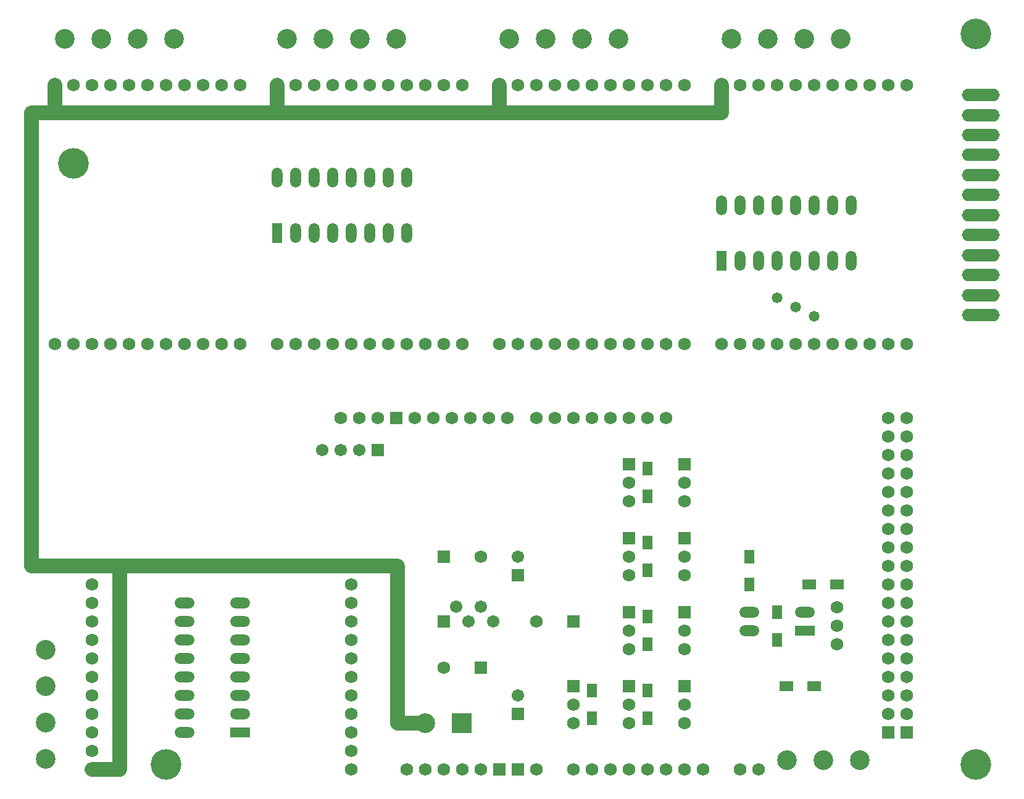
<source format=gbs>
G04*
G04 #@! TF.GenerationSoftware,Altium Limited,Altium Designer,21.1.1 (26)*
G04*
G04 Layer_Color=16711935*
%FSLAX25Y25*%
%MOIN*%
G70*
G04*
G04 #@! TF.SameCoordinates,6FC1F31B-F578-4013-A3C6-3E9410FEC2B9*
G04*
G04*
G04 #@! TF.FilePolarity,Negative*
G04*
G01*
G75*
%ADD18C,0.07874*%
%ADD19O,0.20485X0.06706*%
%ADD21R,0.05721X0.07493*%
%ADD23C,0.06706*%
%ADD24R,0.06706X0.06706*%
%ADD25C,0.10642*%
%ADD26C,0.06800*%
%ADD27R,0.06800X0.06800*%
%ADD28C,0.16548*%
%ADD29R,0.10642X0.10642*%
%ADD30R,0.06800X0.06800*%
%ADD31O,0.05800X0.10800*%
%ADD32R,0.05800X0.10800*%
%ADD33O,0.10800X0.05800*%
%ADD34R,0.10800X0.05800*%
%ADD35R,0.06706X0.06706*%
%ADD36C,0.05800*%
%ADD56R,0.07493X0.05721*%
D18*
X240000Y715000D02*
Y730000D01*
X360000Y715000D02*
Y730000D01*
X480000Y715000D02*
Y730000D01*
X600000Y715000D02*
Y730000D01*
X227500Y715000D02*
X600000D01*
X227500Y482500D02*
Y715000D01*
X425000Y385000D02*
X440000D01*
X425000D02*
Y470000D01*
X227500D02*
X425000D01*
X227500D02*
Y482500D01*
X260000Y360000D02*
X275000D01*
Y470000D01*
D19*
X740000Y724587D02*
D03*
Y713760D02*
D03*
Y702933D02*
D03*
Y692106D02*
D03*
Y681280D02*
D03*
Y670453D02*
D03*
Y659626D02*
D03*
Y648799D02*
D03*
Y637972D02*
D03*
Y627146D02*
D03*
Y616319D02*
D03*
Y605492D02*
D03*
D21*
X630000Y430000D02*
D03*
Y445000D02*
D03*
X615000Y475000D02*
D03*
Y460000D02*
D03*
X560000Y522500D02*
D03*
Y507500D02*
D03*
Y482500D02*
D03*
Y467500D02*
D03*
Y442500D02*
D03*
Y427500D02*
D03*
Y402500D02*
D03*
Y387500D02*
D03*
X530000Y402500D02*
D03*
Y387500D02*
D03*
D23*
X476772Y440000D02*
D03*
X470079Y447874D02*
D03*
X463386Y440000D02*
D03*
X456693Y447874D02*
D03*
X384252Y532500D02*
D03*
X394252D02*
D03*
X404252D02*
D03*
X490000Y475000D02*
D03*
Y400000D02*
D03*
D24*
X450000Y440000D02*
D03*
X414252Y532500D02*
D03*
D25*
X674685Y365000D02*
D03*
X655000D02*
D03*
X635315D02*
D03*
X664528Y755000D02*
D03*
X644842D02*
D03*
X625157D02*
D03*
X605472D02*
D03*
X304528D02*
D03*
X284842D02*
D03*
X265158D02*
D03*
X245472D02*
D03*
X424528D02*
D03*
X404843D02*
D03*
X385157D02*
D03*
X365472D02*
D03*
X235000Y424528D02*
D03*
Y404843D02*
D03*
Y385157D02*
D03*
Y365472D02*
D03*
X544528Y755000D02*
D03*
X524843D02*
D03*
X505158D02*
D03*
X485472D02*
D03*
X440000Y385000D02*
D03*
D26*
X394252Y550000D02*
D03*
X404252D02*
D03*
X414252D02*
D03*
X434252D02*
D03*
X444252D02*
D03*
X454252D02*
D03*
X464252D02*
D03*
X474252D02*
D03*
X484252D02*
D03*
X500000D02*
D03*
X510000D02*
D03*
X520000D02*
D03*
X530000D02*
D03*
X540000D02*
D03*
X550000D02*
D03*
X560000D02*
D03*
X570000D02*
D03*
X620000Y360000D02*
D03*
X430000D02*
D03*
X440000D02*
D03*
X450000D02*
D03*
X460000D02*
D03*
X470000D02*
D03*
X500000D02*
D03*
X610000D02*
D03*
X520000D02*
D03*
X530000D02*
D03*
X540000D02*
D03*
X550000D02*
D03*
X560000D02*
D03*
X570000D02*
D03*
X580000D02*
D03*
X590000D02*
D03*
X700000Y550000D02*
D03*
X690000D02*
D03*
Y540000D02*
D03*
X700000D02*
D03*
X690000Y530000D02*
D03*
X700000D02*
D03*
X690000Y520000D02*
D03*
X700000D02*
D03*
X690000Y510000D02*
D03*
X700000D02*
D03*
X690000Y500000D02*
D03*
X700000D02*
D03*
X690000Y490000D02*
D03*
X700000D02*
D03*
X690000Y480000D02*
D03*
X700000D02*
D03*
X690000Y470000D02*
D03*
X700000D02*
D03*
X690000Y460000D02*
D03*
X700000D02*
D03*
X690000Y450000D02*
D03*
X700000D02*
D03*
X690000Y440000D02*
D03*
X700000D02*
D03*
X690000Y430000D02*
D03*
X700000D02*
D03*
X690000Y420000D02*
D03*
X700000D02*
D03*
X690000Y410000D02*
D03*
X700000D02*
D03*
X690000Y400000D02*
D03*
X700000D02*
D03*
X690000Y390000D02*
D03*
X700000D02*
D03*
X500000Y440000D02*
D03*
X470000Y475000D02*
D03*
X450000Y415000D02*
D03*
X360000Y590000D02*
D03*
X370000D02*
D03*
X380000D02*
D03*
X390000D02*
D03*
X400000D02*
D03*
X410000D02*
D03*
X420000D02*
D03*
X430000D02*
D03*
X440000D02*
D03*
X450000D02*
D03*
X460000D02*
D03*
X600000D02*
D03*
X610000D02*
D03*
X620000D02*
D03*
X630000D02*
D03*
X640000D02*
D03*
X650000D02*
D03*
X660000D02*
D03*
X670000D02*
D03*
X680000D02*
D03*
X690000D02*
D03*
X700000D02*
D03*
X240000D02*
D03*
X250000D02*
D03*
X260000D02*
D03*
X270000D02*
D03*
X280000D02*
D03*
X290000D02*
D03*
X300000D02*
D03*
X310000D02*
D03*
X320000D02*
D03*
X330000D02*
D03*
X340000D02*
D03*
X480000D02*
D03*
X490000D02*
D03*
X500000D02*
D03*
X510000D02*
D03*
X520000D02*
D03*
X530000D02*
D03*
X540000D02*
D03*
X550000D02*
D03*
X560000D02*
D03*
X570000D02*
D03*
X580000D02*
D03*
Y730000D02*
D03*
X570000D02*
D03*
X560000D02*
D03*
X550000D02*
D03*
X540000D02*
D03*
X530000D02*
D03*
X520000D02*
D03*
X510000D02*
D03*
X500000D02*
D03*
X490000D02*
D03*
X480000D02*
D03*
X460000D02*
D03*
X450000D02*
D03*
X440000D02*
D03*
X430000D02*
D03*
X420000D02*
D03*
X410000D02*
D03*
X400000D02*
D03*
X390000D02*
D03*
X380000D02*
D03*
X370000D02*
D03*
X360000D02*
D03*
X700000D02*
D03*
X690000D02*
D03*
X680000D02*
D03*
X670000D02*
D03*
X660000D02*
D03*
X650000D02*
D03*
X640000D02*
D03*
X630000D02*
D03*
X620000D02*
D03*
X610000D02*
D03*
X600000D02*
D03*
X260000Y460000D02*
D03*
Y450000D02*
D03*
Y440000D02*
D03*
Y430000D02*
D03*
Y420000D02*
D03*
Y410000D02*
D03*
Y400000D02*
D03*
Y390000D02*
D03*
Y380000D02*
D03*
Y370000D02*
D03*
Y360000D02*
D03*
X340000Y730000D02*
D03*
X330000D02*
D03*
X320000D02*
D03*
X310000D02*
D03*
X300000D02*
D03*
X290000D02*
D03*
X280000D02*
D03*
X270000D02*
D03*
X260000D02*
D03*
X250000D02*
D03*
X240000D02*
D03*
X580000Y435000D02*
D03*
Y425000D02*
D03*
Y475000D02*
D03*
Y465000D02*
D03*
Y395000D02*
D03*
Y385000D02*
D03*
Y515000D02*
D03*
Y505000D02*
D03*
X550000Y515000D02*
D03*
Y505000D02*
D03*
X520000Y395000D02*
D03*
Y385000D02*
D03*
X550000Y475000D02*
D03*
Y465000D02*
D03*
Y435000D02*
D03*
Y425000D02*
D03*
Y395000D02*
D03*
Y385000D02*
D03*
X400000Y360000D02*
D03*
Y370000D02*
D03*
Y380000D02*
D03*
Y390000D02*
D03*
Y400000D02*
D03*
Y410000D02*
D03*
Y420000D02*
D03*
Y430000D02*
D03*
Y440000D02*
D03*
Y450000D02*
D03*
Y460000D02*
D03*
X662500Y427500D02*
D03*
Y437500D02*
D03*
Y447500D02*
D03*
D27*
X424252Y550000D02*
D03*
X480000Y360000D02*
D03*
X490000D02*
D03*
X690000Y380000D02*
D03*
X700000D02*
D03*
X520000Y440000D02*
D03*
X450000Y475000D02*
D03*
X470000Y415000D02*
D03*
D28*
X300000Y362500D02*
D03*
X250000Y687500D02*
D03*
X737500Y757500D02*
D03*
Y362500D02*
D03*
D29*
X459685Y385000D02*
D03*
D30*
X580000Y445000D02*
D03*
Y485000D02*
D03*
Y405000D02*
D03*
Y525000D02*
D03*
X550000D02*
D03*
X520000Y405000D02*
D03*
X550000Y485000D02*
D03*
Y445000D02*
D03*
Y405000D02*
D03*
D31*
X670000Y665000D02*
D03*
X660000D02*
D03*
X650000D02*
D03*
X640000D02*
D03*
X630000D02*
D03*
X620000D02*
D03*
X610000D02*
D03*
X600000D02*
D03*
X670000Y635000D02*
D03*
X660000D02*
D03*
X650000D02*
D03*
X640000D02*
D03*
X630000D02*
D03*
X620000D02*
D03*
X610000D02*
D03*
X430000Y680000D02*
D03*
X420000D02*
D03*
X410000D02*
D03*
X400000D02*
D03*
X390000D02*
D03*
X380000D02*
D03*
X370000D02*
D03*
X360000D02*
D03*
X430000Y650000D02*
D03*
X420000D02*
D03*
X410000D02*
D03*
X400000D02*
D03*
X390000D02*
D03*
X380000D02*
D03*
X370000D02*
D03*
D32*
X600000Y635000D02*
D03*
X360000Y650000D02*
D03*
D33*
X310000Y450000D02*
D03*
Y440000D02*
D03*
Y430000D02*
D03*
Y420000D02*
D03*
Y410000D02*
D03*
Y400000D02*
D03*
Y390000D02*
D03*
Y380000D02*
D03*
X340000Y450000D02*
D03*
Y440000D02*
D03*
Y430000D02*
D03*
Y420000D02*
D03*
Y410000D02*
D03*
Y400000D02*
D03*
Y390000D02*
D03*
X615000Y445000D02*
D03*
Y435000D02*
D03*
X645000Y445000D02*
D03*
D34*
X340000Y380000D02*
D03*
X645000Y435000D02*
D03*
D35*
X490000Y465000D02*
D03*
Y390000D02*
D03*
D36*
X630000Y615000D02*
D03*
X640000Y610000D02*
D03*
X650000Y605000D02*
D03*
D56*
X635000Y405000D02*
D03*
X650000D02*
D03*
X647500Y460000D02*
D03*
X662500D02*
D03*
M02*

</source>
